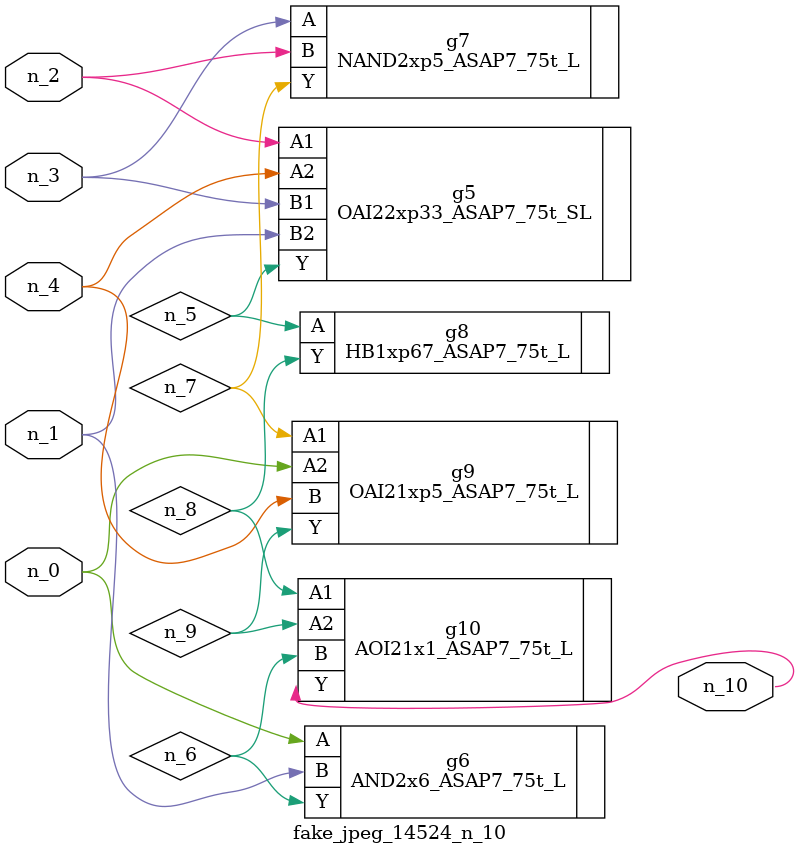
<source format=v>
module fake_jpeg_14524_n_10 (n_3, n_2, n_1, n_0, n_4, n_10);

input n_3;
input n_2;
input n_1;
input n_0;
input n_4;

output n_10;

wire n_8;
wire n_9;
wire n_6;
wire n_5;
wire n_7;

OAI22xp33_ASAP7_75t_SL g5 ( 
.A1(n_2),
.A2(n_4),
.B1(n_3),
.B2(n_1),
.Y(n_5)
);

AND2x6_ASAP7_75t_L g6 ( 
.A(n_0),
.B(n_1),
.Y(n_6)
);

NAND2xp5_ASAP7_75t_L g7 ( 
.A(n_3),
.B(n_2),
.Y(n_7)
);

HB1xp67_ASAP7_75t_L g8 ( 
.A(n_5),
.Y(n_8)
);

AOI21x1_ASAP7_75t_L g10 ( 
.A1(n_8),
.A2(n_9),
.B(n_6),
.Y(n_10)
);

OAI21xp5_ASAP7_75t_L g9 ( 
.A1(n_7),
.A2(n_0),
.B(n_4),
.Y(n_9)
);


endmodule
</source>
